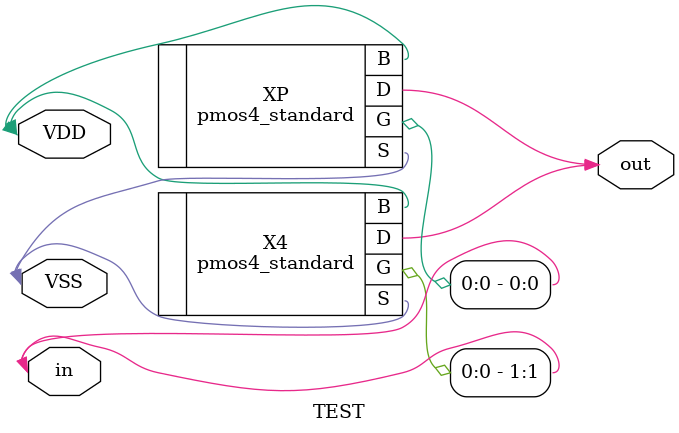
<source format=sv>
`timescale 1ps/1ps 


module pmos4_standard(
    inout  wire B,
    inout  wire D,
    inout  wire G,
    inout  wire S
);

endmodule


module TEST(
    input  wire VDD,
    input  wire VSS,
    input  wire [1:0] in,
    output wire out
);

pmos4_standard X4 (
    .B( VDD ),
    .D( out ),
    .G( in[1] ),
    .S( VSS )
);

pmos4_standard XP (
    .B( VDD ),
    .D( out ),
    .G( in[0] ),
    .S( VSS )
);

endmodule

</source>
